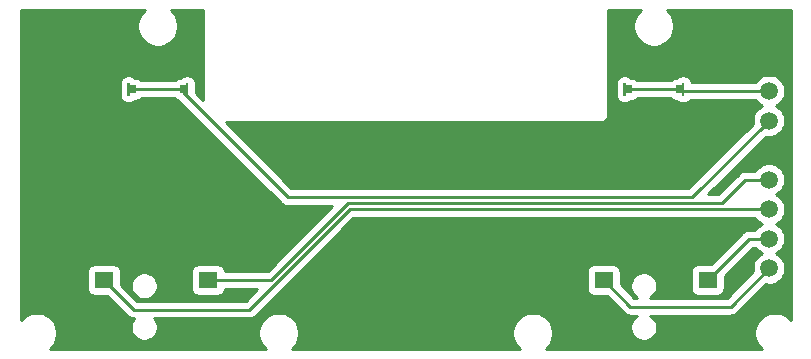
<source format=gbr>
%TF.GenerationSoftware,KiCad,Pcbnew,(5.1.10)-1*%
%TF.CreationDate,2022-06-08T22:38:54-05:00*%
%TF.ProjectId,GBOYBackController,47424f59-4261-4636-9b43-6f6e74726f6c,rev?*%
%TF.SameCoordinates,Original*%
%TF.FileFunction,Copper,L2,Bot*%
%TF.FilePolarity,Positive*%
%FSLAX46Y46*%
G04 Gerber Fmt 4.6, Leading zero omitted, Abs format (unit mm)*
G04 Created by KiCad (PCBNEW (5.1.10)-1) date 2022-06-08 22:38:54*
%MOMM*%
%LPD*%
G01*
G04 APERTURE LIST*
%TA.AperFunction,SMDPad,CuDef*%
%ADD10R,1.600000X1.400000*%
%TD*%
%TA.AperFunction,SMDPad,CuDef*%
%ADD11C,0.100000*%
%TD*%
%TA.AperFunction,ComponentPad*%
%ADD12C,1.500000*%
%TD*%
%TA.AperFunction,Conductor*%
%ADD13C,0.250000*%
%TD*%
%TA.AperFunction,Conductor*%
%ADD14C,0.254000*%
%TD*%
%TA.AperFunction,Conductor*%
%ADD15C,0.100000*%
%TD*%
G04 APERTURE END LIST*
D10*
%TO.P,SW4,2*%
%TO.N,Net-(SW4-Pad2)*%
X166000000Y-97500000D03*
%TO.P,SW4,1*%
%TO.N,Net-(SW4-Pad1)*%
X174800000Y-97500000D03*
%TO.P,SW4,C*%
%TO.N,GND*%
X166000000Y-102000000D03*
%TO.P,SW4,D*%
X174800000Y-102000000D03*
%TD*%
%TO.P,SW2,2*%
%TO.N,Net-(SW2-Pad2)*%
X123700000Y-97500000D03*
%TO.P,SW2,1*%
%TO.N,Net-(SW2-Pad1)*%
X132500000Y-97500000D03*
%TO.P,SW2,C*%
%TO.N,GND*%
X123700000Y-102000000D03*
%TO.P,SW2,D*%
X132500000Y-102000000D03*
%TD*%
%TA.AperFunction,SMDPad,CuDef*%
D11*
%TO.P,U1,4*%
%TO.N,Net-(TP5-Pad1)*%
G36*
X130624902Y-81900490D02*
G01*
X130624809Y-81900462D01*
X130624722Y-81900416D01*
X130624646Y-81900354D01*
X130624584Y-81900278D01*
X130624538Y-81900191D01*
X130624510Y-81900098D01*
X130624500Y-81900000D01*
X130624500Y-81700000D01*
X130125000Y-81700000D01*
X130125000Y-81000000D01*
X130624500Y-81000000D01*
X130624500Y-80800000D01*
X130624510Y-80799902D01*
X130624538Y-80799809D01*
X130624584Y-80799722D01*
X130624646Y-80799646D01*
X130624722Y-80799584D01*
X130624809Y-80799538D01*
X130624902Y-80799510D01*
X130625000Y-80799500D01*
X130825000Y-80799500D01*
X130825098Y-80799510D01*
X130825191Y-80799538D01*
X130825278Y-80799584D01*
X130825354Y-80799646D01*
X130825416Y-80799722D01*
X130825462Y-80799809D01*
X130825490Y-80799902D01*
X130825500Y-80800000D01*
X130825500Y-81900000D01*
X130825490Y-81900098D01*
X130825462Y-81900191D01*
X130825416Y-81900278D01*
X130825354Y-81900354D01*
X130825278Y-81900416D01*
X130825191Y-81900462D01*
X130825098Y-81900490D01*
X130825000Y-81900500D01*
X130625000Y-81900500D01*
X130624902Y-81900490D01*
G37*
%TD.AperFunction*%
%TA.AperFunction,SMDPad,CuDef*%
%TO.P,U1,2*%
%TO.N,GND*%
G36*
X130624902Y-85400490D02*
G01*
X130624809Y-85400462D01*
X130624722Y-85400416D01*
X130624646Y-85400354D01*
X130624584Y-85400278D01*
X130624538Y-85400191D01*
X130624510Y-85400098D01*
X130624500Y-85400000D01*
X130624500Y-85200000D01*
X130125000Y-85200000D01*
X130125000Y-84500000D01*
X130624500Y-84500000D01*
X130624500Y-84300000D01*
X130624510Y-84299902D01*
X130624538Y-84299809D01*
X130624584Y-84299722D01*
X130624646Y-84299646D01*
X130624722Y-84299584D01*
X130624809Y-84299538D01*
X130624902Y-84299510D01*
X130625000Y-84299500D01*
X130825000Y-84299500D01*
X130825098Y-84299510D01*
X130825191Y-84299538D01*
X130825278Y-84299584D01*
X130825354Y-84299646D01*
X130825416Y-84299722D01*
X130825462Y-84299809D01*
X130825490Y-84299902D01*
X130825500Y-84300000D01*
X130825500Y-85400000D01*
X130825490Y-85400098D01*
X130825462Y-85400191D01*
X130825416Y-85400278D01*
X130825354Y-85400354D01*
X130825278Y-85400416D01*
X130825191Y-85400462D01*
X130825098Y-85400490D01*
X130825000Y-85400500D01*
X130625000Y-85400500D01*
X130624902Y-85400490D01*
G37*
%TD.AperFunction*%
%TA.AperFunction,SMDPad,CuDef*%
%TO.P,U1,1*%
G36*
X125875098Y-84299510D02*
G01*
X125875191Y-84299538D01*
X125875278Y-84299584D01*
X125875354Y-84299646D01*
X125875416Y-84299722D01*
X125875462Y-84299809D01*
X125875490Y-84299902D01*
X125875500Y-84300000D01*
X125875500Y-84500000D01*
X126375000Y-84500000D01*
X126375000Y-85200000D01*
X125875500Y-85200000D01*
X125875500Y-85400000D01*
X125875490Y-85400098D01*
X125875462Y-85400191D01*
X125875416Y-85400278D01*
X125875354Y-85400354D01*
X125875278Y-85400416D01*
X125875191Y-85400462D01*
X125875098Y-85400490D01*
X125875000Y-85400500D01*
X125675000Y-85400500D01*
X125674902Y-85400490D01*
X125674809Y-85400462D01*
X125674722Y-85400416D01*
X125674646Y-85400354D01*
X125674584Y-85400278D01*
X125674538Y-85400191D01*
X125674510Y-85400098D01*
X125674500Y-85400000D01*
X125674500Y-84300000D01*
X125674510Y-84299902D01*
X125674538Y-84299809D01*
X125674584Y-84299722D01*
X125674646Y-84299646D01*
X125674722Y-84299584D01*
X125674809Y-84299538D01*
X125674902Y-84299510D01*
X125675000Y-84299500D01*
X125875000Y-84299500D01*
X125875098Y-84299510D01*
G37*
%TD.AperFunction*%
%TA.AperFunction,SMDPad,CuDef*%
%TO.P,U1,3*%
%TO.N,Net-(TP5-Pad1)*%
G36*
X125875098Y-80799510D02*
G01*
X125875191Y-80799538D01*
X125875278Y-80799584D01*
X125875354Y-80799646D01*
X125875416Y-80799722D01*
X125875462Y-80799809D01*
X125875490Y-80799902D01*
X125875500Y-80800000D01*
X125875500Y-81000000D01*
X126375000Y-81000000D01*
X126375000Y-81700000D01*
X125875500Y-81700000D01*
X125875500Y-81900000D01*
X125875490Y-81900098D01*
X125875462Y-81900191D01*
X125875416Y-81900278D01*
X125875354Y-81900354D01*
X125875278Y-81900416D01*
X125875191Y-81900462D01*
X125875098Y-81900490D01*
X125875000Y-81900500D01*
X125675000Y-81900500D01*
X125674902Y-81900490D01*
X125674809Y-81900462D01*
X125674722Y-81900416D01*
X125674646Y-81900354D01*
X125674584Y-81900278D01*
X125674538Y-81900191D01*
X125674510Y-81900098D01*
X125674500Y-81900000D01*
X125674500Y-80800000D01*
X125674510Y-80799902D01*
X125674538Y-80799809D01*
X125674584Y-80799722D01*
X125674646Y-80799646D01*
X125674722Y-80799584D01*
X125674809Y-80799538D01*
X125674902Y-80799510D01*
X125675000Y-80799500D01*
X125875000Y-80799500D01*
X125875098Y-80799510D01*
G37*
%TD.AperFunction*%
%TD*%
D12*
%TO.P,TP7,1*%
%TO.N,GND*%
X180000000Y-86500000D03*
%TD*%
%TO.P,TP6,1*%
%TO.N,Net-(TP6-Pad1)*%
X180000000Y-81500000D03*
%TD*%
%TO.P,TP5,1*%
%TO.N,Net-(TP5-Pad1)*%
X180000000Y-84000000D03*
%TD*%
%TO.P,TP4,1*%
%TO.N,Net-(SW2-Pad1)*%
X180000000Y-89000000D03*
%TD*%
%TO.P,TP3,1*%
%TO.N,Net-(SW2-Pad2)*%
X180000000Y-91500000D03*
%TD*%
%TO.P,TP2,1*%
%TO.N,Net-(SW4-Pad1)*%
X180000000Y-94000000D03*
%TD*%
%TO.P,TP1,1*%
%TO.N,Net-(SW4-Pad2)*%
X180000000Y-96500000D03*
%TD*%
%TA.AperFunction,SMDPad,CuDef*%
D11*
%TO.P,U2,4*%
%TO.N,Net-(TP6-Pad1)*%
G36*
X172624902Y-81900490D02*
G01*
X172624809Y-81900462D01*
X172624722Y-81900416D01*
X172624646Y-81900354D01*
X172624584Y-81900278D01*
X172624538Y-81900191D01*
X172624510Y-81900098D01*
X172624500Y-81900000D01*
X172624500Y-81700000D01*
X172125000Y-81700000D01*
X172125000Y-81000000D01*
X172624500Y-81000000D01*
X172624500Y-80800000D01*
X172624510Y-80799902D01*
X172624538Y-80799809D01*
X172624584Y-80799722D01*
X172624646Y-80799646D01*
X172624722Y-80799584D01*
X172624809Y-80799538D01*
X172624902Y-80799510D01*
X172625000Y-80799500D01*
X172825000Y-80799500D01*
X172825098Y-80799510D01*
X172825191Y-80799538D01*
X172825278Y-80799584D01*
X172825354Y-80799646D01*
X172825416Y-80799722D01*
X172825462Y-80799809D01*
X172825490Y-80799902D01*
X172825500Y-80800000D01*
X172825500Y-81900000D01*
X172825490Y-81900098D01*
X172825462Y-81900191D01*
X172825416Y-81900278D01*
X172825354Y-81900354D01*
X172825278Y-81900416D01*
X172825191Y-81900462D01*
X172825098Y-81900490D01*
X172825000Y-81900500D01*
X172625000Y-81900500D01*
X172624902Y-81900490D01*
G37*
%TD.AperFunction*%
%TA.AperFunction,SMDPad,CuDef*%
%TO.P,U2,2*%
%TO.N,GND*%
G36*
X172624902Y-85400490D02*
G01*
X172624809Y-85400462D01*
X172624722Y-85400416D01*
X172624646Y-85400354D01*
X172624584Y-85400278D01*
X172624538Y-85400191D01*
X172624510Y-85400098D01*
X172624500Y-85400000D01*
X172624500Y-85200000D01*
X172125000Y-85200000D01*
X172125000Y-84500000D01*
X172624500Y-84500000D01*
X172624500Y-84300000D01*
X172624510Y-84299902D01*
X172624538Y-84299809D01*
X172624584Y-84299722D01*
X172624646Y-84299646D01*
X172624722Y-84299584D01*
X172624809Y-84299538D01*
X172624902Y-84299510D01*
X172625000Y-84299500D01*
X172825000Y-84299500D01*
X172825098Y-84299510D01*
X172825191Y-84299538D01*
X172825278Y-84299584D01*
X172825354Y-84299646D01*
X172825416Y-84299722D01*
X172825462Y-84299809D01*
X172825490Y-84299902D01*
X172825500Y-84300000D01*
X172825500Y-85400000D01*
X172825490Y-85400098D01*
X172825462Y-85400191D01*
X172825416Y-85400278D01*
X172825354Y-85400354D01*
X172825278Y-85400416D01*
X172825191Y-85400462D01*
X172825098Y-85400490D01*
X172825000Y-85400500D01*
X172625000Y-85400500D01*
X172624902Y-85400490D01*
G37*
%TD.AperFunction*%
%TA.AperFunction,SMDPad,CuDef*%
%TO.P,U2,1*%
G36*
X167875098Y-84299510D02*
G01*
X167875191Y-84299538D01*
X167875278Y-84299584D01*
X167875354Y-84299646D01*
X167875416Y-84299722D01*
X167875462Y-84299809D01*
X167875490Y-84299902D01*
X167875500Y-84300000D01*
X167875500Y-84500000D01*
X168375000Y-84500000D01*
X168375000Y-85200000D01*
X167875500Y-85200000D01*
X167875500Y-85400000D01*
X167875490Y-85400098D01*
X167875462Y-85400191D01*
X167875416Y-85400278D01*
X167875354Y-85400354D01*
X167875278Y-85400416D01*
X167875191Y-85400462D01*
X167875098Y-85400490D01*
X167875000Y-85400500D01*
X167675000Y-85400500D01*
X167674902Y-85400490D01*
X167674809Y-85400462D01*
X167674722Y-85400416D01*
X167674646Y-85400354D01*
X167674584Y-85400278D01*
X167674538Y-85400191D01*
X167674510Y-85400098D01*
X167674500Y-85400000D01*
X167674500Y-84300000D01*
X167674510Y-84299902D01*
X167674538Y-84299809D01*
X167674584Y-84299722D01*
X167674646Y-84299646D01*
X167674722Y-84299584D01*
X167674809Y-84299538D01*
X167674902Y-84299510D01*
X167675000Y-84299500D01*
X167875000Y-84299500D01*
X167875098Y-84299510D01*
G37*
%TD.AperFunction*%
%TA.AperFunction,SMDPad,CuDef*%
%TO.P,U2,3*%
%TO.N,Net-(TP6-Pad1)*%
G36*
X167875098Y-80799510D02*
G01*
X167875191Y-80799538D01*
X167875278Y-80799584D01*
X167875354Y-80799646D01*
X167875416Y-80799722D01*
X167875462Y-80799809D01*
X167875490Y-80799902D01*
X167875500Y-80800000D01*
X167875500Y-81000000D01*
X168375000Y-81000000D01*
X168375000Y-81700000D01*
X167875500Y-81700000D01*
X167875500Y-81900000D01*
X167875490Y-81900098D01*
X167875462Y-81900191D01*
X167875416Y-81900278D01*
X167875354Y-81900354D01*
X167875278Y-81900416D01*
X167875191Y-81900462D01*
X167875098Y-81900490D01*
X167875000Y-81900500D01*
X167675000Y-81900500D01*
X167674902Y-81900490D01*
X167674809Y-81900462D01*
X167674722Y-81900416D01*
X167674646Y-81900354D01*
X167674584Y-81900278D01*
X167674538Y-81900191D01*
X167674510Y-81900098D01*
X167674500Y-81900000D01*
X167674500Y-80800000D01*
X167674510Y-80799902D01*
X167674538Y-80799809D01*
X167674584Y-80799722D01*
X167674646Y-80799646D01*
X167674722Y-80799584D01*
X167674809Y-80799538D01*
X167674902Y-80799510D01*
X167675000Y-80799500D01*
X167875000Y-80799500D01*
X167875098Y-80799510D01*
G37*
%TD.AperFunction*%
%TD*%
D13*
%TO.N,Net-(SW2-Pad2)*%
X126200000Y-100000000D02*
X123700000Y-97500000D01*
X136000000Y-100000000D02*
X126200000Y-100000000D01*
X144500000Y-91500000D02*
X136000000Y-100000000D01*
X180000000Y-91500000D02*
X144500000Y-91500000D01*
%TO.N,Net-(SW2-Pad1)*%
X180000000Y-89000000D02*
X178000000Y-89000000D01*
X178000000Y-89000000D02*
X176000000Y-91000000D01*
X176000000Y-91000000D02*
X144363590Y-91000000D01*
X137863590Y-97500000D02*
X132500000Y-97500000D01*
X144363590Y-91000000D02*
X137863590Y-97500000D01*
%TO.N,Net-(SW4-Pad2)*%
X180000000Y-96500000D02*
X176750000Y-99750000D01*
X168250000Y-99750000D02*
X166000000Y-97500000D01*
X176750000Y-99750000D02*
X168250000Y-99750000D01*
%TO.N,Net-(SW4-Pad1)*%
X178300000Y-94000000D02*
X174800000Y-97500000D01*
X180000000Y-94000000D02*
X178300000Y-94000000D01*
%TO.N,Net-(TP5-Pad1)*%
X130375000Y-81619988D02*
X130375000Y-81350000D01*
X139255012Y-90500000D02*
X130375000Y-81619988D01*
X173500000Y-90500000D02*
X139255012Y-90500000D01*
X180000000Y-84000000D02*
X173500000Y-90500000D01*
X126125000Y-81350000D02*
X130375000Y-81350000D01*
%TO.N,Net-(TP6-Pad1)*%
X172525000Y-81500000D02*
X172375000Y-81350000D01*
X180000000Y-81500000D02*
X172525000Y-81500000D01*
X172375000Y-81350000D02*
X168125000Y-81350000D01*
%TD*%
D14*
%TO.N,GND*%
X126902337Y-74894002D02*
X126712463Y-75178169D01*
X126581675Y-75493919D01*
X126515000Y-75829117D01*
X126515000Y-76170883D01*
X126581675Y-76506081D01*
X126712463Y-76821831D01*
X126902337Y-77105998D01*
X127144002Y-77347663D01*
X127428169Y-77537537D01*
X127743919Y-77668325D01*
X128079117Y-77735000D01*
X128420883Y-77735000D01*
X128756081Y-77668325D01*
X129071831Y-77537537D01*
X129355998Y-77347663D01*
X129597663Y-77105998D01*
X129787537Y-76821831D01*
X129918325Y-76506081D01*
X129985000Y-76170883D01*
X129985000Y-75829117D01*
X129918325Y-75493919D01*
X129787537Y-75178169D01*
X129597663Y-74894002D01*
X129363661Y-74660000D01*
X132090000Y-74660000D01*
X132090001Y-82260188D01*
X131463572Y-81633759D01*
X131463572Y-80800000D01*
X131460276Y-80735227D01*
X131460266Y-80735129D01*
X131436471Y-80615951D01*
X131436443Y-80615858D01*
X131389540Y-80501561D01*
X131389494Y-80501474D01*
X131319836Y-80396380D01*
X131319774Y-80396304D01*
X131228696Y-80305226D01*
X131228620Y-80305164D01*
X131123526Y-80235506D01*
X131123439Y-80235460D01*
X131009142Y-80188557D01*
X131009049Y-80188529D01*
X130889871Y-80164734D01*
X130889773Y-80164724D01*
X130825000Y-80161428D01*
X130625000Y-80161428D01*
X130560227Y-80164724D01*
X130560129Y-80164734D01*
X130440951Y-80188529D01*
X130440858Y-80188557D01*
X130326561Y-80235460D01*
X130326474Y-80235506D01*
X130221380Y-80305164D01*
X130221304Y-80305226D01*
X130164602Y-80361928D01*
X130125000Y-80361928D01*
X130000518Y-80374188D01*
X129880820Y-80410498D01*
X129770506Y-80469463D01*
X129673815Y-80548815D01*
X129640015Y-80590000D01*
X126859985Y-80590000D01*
X126826185Y-80548815D01*
X126729494Y-80469463D01*
X126619180Y-80410498D01*
X126499482Y-80374188D01*
X126375000Y-80361928D01*
X126335398Y-80361928D01*
X126278696Y-80305226D01*
X126278620Y-80305164D01*
X126173526Y-80235506D01*
X126173439Y-80235460D01*
X126059142Y-80188557D01*
X126059049Y-80188529D01*
X125939871Y-80164734D01*
X125939773Y-80164724D01*
X125875000Y-80161428D01*
X125675000Y-80161428D01*
X125610227Y-80164724D01*
X125610129Y-80164734D01*
X125490951Y-80188529D01*
X125490858Y-80188557D01*
X125376561Y-80235460D01*
X125376474Y-80235506D01*
X125271380Y-80305164D01*
X125271304Y-80305226D01*
X125180226Y-80396304D01*
X125180164Y-80396380D01*
X125110506Y-80501474D01*
X125110460Y-80501561D01*
X125063557Y-80615858D01*
X125063529Y-80615951D01*
X125039734Y-80735129D01*
X125039724Y-80735227D01*
X125036428Y-80800000D01*
X125036428Y-81900000D01*
X125039724Y-81964773D01*
X125039734Y-81964871D01*
X125063529Y-82084049D01*
X125063557Y-82084142D01*
X125110460Y-82198439D01*
X125110506Y-82198526D01*
X125180164Y-82303620D01*
X125180226Y-82303696D01*
X125271304Y-82394774D01*
X125271380Y-82394836D01*
X125376474Y-82464494D01*
X125376561Y-82464540D01*
X125490858Y-82511443D01*
X125490951Y-82511471D01*
X125610129Y-82535266D01*
X125610227Y-82535276D01*
X125675000Y-82538572D01*
X125875000Y-82538572D01*
X125939773Y-82535276D01*
X125939871Y-82535266D01*
X126059049Y-82511471D01*
X126059142Y-82511443D01*
X126173439Y-82464540D01*
X126173526Y-82464494D01*
X126278620Y-82394836D01*
X126278696Y-82394774D01*
X126335398Y-82338072D01*
X126375000Y-82338072D01*
X126499482Y-82325812D01*
X126619180Y-82289502D01*
X126729494Y-82230537D01*
X126826185Y-82151185D01*
X126859985Y-82110000D01*
X129640015Y-82110000D01*
X129673815Y-82151185D01*
X129770506Y-82230537D01*
X129880820Y-82289502D01*
X130000518Y-82325812D01*
X130006624Y-82326413D01*
X138691217Y-91011008D01*
X138715011Y-91040001D01*
X138744004Y-91063795D01*
X138744008Y-91063799D01*
X138783259Y-91096011D01*
X138830736Y-91134974D01*
X138962765Y-91205546D01*
X139106026Y-91249003D01*
X139217679Y-91260000D01*
X139217688Y-91260000D01*
X139255011Y-91263676D01*
X139292334Y-91260000D01*
X143028788Y-91260000D01*
X137548789Y-96740000D01*
X133932163Y-96740000D01*
X133925812Y-96675518D01*
X133889502Y-96555820D01*
X133830537Y-96445506D01*
X133751185Y-96348815D01*
X133654494Y-96269463D01*
X133544180Y-96210498D01*
X133424482Y-96174188D01*
X133300000Y-96161928D01*
X131700000Y-96161928D01*
X131575518Y-96174188D01*
X131455820Y-96210498D01*
X131345506Y-96269463D01*
X131248815Y-96348815D01*
X131169463Y-96445506D01*
X131110498Y-96555820D01*
X131074188Y-96675518D01*
X131061928Y-96800000D01*
X131061928Y-98200000D01*
X131074188Y-98324482D01*
X131110498Y-98444180D01*
X131169463Y-98554494D01*
X131248815Y-98651185D01*
X131345506Y-98730537D01*
X131455820Y-98789502D01*
X131575518Y-98825812D01*
X131700000Y-98838072D01*
X133300000Y-98838072D01*
X133424482Y-98825812D01*
X133544180Y-98789502D01*
X133654494Y-98730537D01*
X133751185Y-98651185D01*
X133830537Y-98554494D01*
X133889502Y-98444180D01*
X133925812Y-98324482D01*
X133932163Y-98260000D01*
X136665199Y-98260000D01*
X135685199Y-99240000D01*
X126514802Y-99240000D01*
X125163014Y-97888212D01*
X125965000Y-97888212D01*
X125965000Y-98111788D01*
X126008617Y-98331067D01*
X126094176Y-98537624D01*
X126218388Y-98723520D01*
X126376480Y-98881612D01*
X126562376Y-99005824D01*
X126768933Y-99091383D01*
X126988212Y-99135000D01*
X127211788Y-99135000D01*
X127431067Y-99091383D01*
X127637624Y-99005824D01*
X127823520Y-98881612D01*
X127981612Y-98723520D01*
X128105824Y-98537624D01*
X128191383Y-98331067D01*
X128235000Y-98111788D01*
X128235000Y-97888212D01*
X128191383Y-97668933D01*
X128105824Y-97462376D01*
X127981612Y-97276480D01*
X127823520Y-97118388D01*
X127637624Y-96994176D01*
X127431067Y-96908617D01*
X127211788Y-96865000D01*
X126988212Y-96865000D01*
X126768933Y-96908617D01*
X126562376Y-96994176D01*
X126376480Y-97118388D01*
X126218388Y-97276480D01*
X126094176Y-97462376D01*
X126008617Y-97668933D01*
X125965000Y-97888212D01*
X125163014Y-97888212D01*
X125138072Y-97863271D01*
X125138072Y-96800000D01*
X125125812Y-96675518D01*
X125089502Y-96555820D01*
X125030537Y-96445506D01*
X124951185Y-96348815D01*
X124854494Y-96269463D01*
X124744180Y-96210498D01*
X124624482Y-96174188D01*
X124500000Y-96161928D01*
X122900000Y-96161928D01*
X122775518Y-96174188D01*
X122655820Y-96210498D01*
X122545506Y-96269463D01*
X122448815Y-96348815D01*
X122369463Y-96445506D01*
X122310498Y-96555820D01*
X122274188Y-96675518D01*
X122261928Y-96800000D01*
X122261928Y-98200000D01*
X122274188Y-98324482D01*
X122310498Y-98444180D01*
X122369463Y-98554494D01*
X122448815Y-98651185D01*
X122545506Y-98730537D01*
X122655820Y-98789502D01*
X122775518Y-98825812D01*
X122900000Y-98838072D01*
X123963271Y-98838072D01*
X125636201Y-100511003D01*
X125659999Y-100540001D01*
X125688997Y-100563799D01*
X125775723Y-100634974D01*
X125808207Y-100652337D01*
X125907753Y-100705546D01*
X126051014Y-100749003D01*
X126162667Y-100760000D01*
X126162677Y-100760000D01*
X126200000Y-100763676D01*
X126234600Y-100760268D01*
X126218388Y-100776480D01*
X126094176Y-100962376D01*
X126008617Y-101168933D01*
X125965000Y-101388212D01*
X125965000Y-101611788D01*
X126008617Y-101831067D01*
X126094176Y-102037624D01*
X126218388Y-102223520D01*
X126376480Y-102381612D01*
X126562376Y-102505824D01*
X126768933Y-102591383D01*
X126988212Y-102635000D01*
X127211788Y-102635000D01*
X127431067Y-102591383D01*
X127637624Y-102505824D01*
X127823520Y-102381612D01*
X127981612Y-102223520D01*
X128105824Y-102037624D01*
X128191383Y-101831067D01*
X128235000Y-101611788D01*
X128235000Y-101388212D01*
X128191383Y-101168933D01*
X128105824Y-100962376D01*
X127981612Y-100776480D01*
X127965132Y-100760000D01*
X135962678Y-100760000D01*
X136000000Y-100763676D01*
X136037322Y-100760000D01*
X136037333Y-100760000D01*
X136148986Y-100749003D01*
X136292247Y-100705546D01*
X136424276Y-100634974D01*
X136540001Y-100540001D01*
X136563804Y-100510997D01*
X144814802Y-92260000D01*
X178842091Y-92260000D01*
X178924201Y-92382886D01*
X179117114Y-92575799D01*
X179343957Y-92727371D01*
X179398588Y-92750000D01*
X179343957Y-92772629D01*
X179117114Y-92924201D01*
X178924201Y-93117114D01*
X178842091Y-93240000D01*
X178337322Y-93240000D01*
X178299999Y-93236324D01*
X178262676Y-93240000D01*
X178262667Y-93240000D01*
X178151014Y-93250997D01*
X178007753Y-93294454D01*
X177875724Y-93365026D01*
X177875722Y-93365027D01*
X177875723Y-93365027D01*
X177788996Y-93436201D01*
X177788992Y-93436205D01*
X177759999Y-93459999D01*
X177736205Y-93488992D01*
X175063271Y-96161928D01*
X174000000Y-96161928D01*
X173875518Y-96174188D01*
X173755820Y-96210498D01*
X173645506Y-96269463D01*
X173548815Y-96348815D01*
X173469463Y-96445506D01*
X173410498Y-96555820D01*
X173374188Y-96675518D01*
X173361928Y-96800000D01*
X173361928Y-98200000D01*
X173374188Y-98324482D01*
X173410498Y-98444180D01*
X173469463Y-98554494D01*
X173548815Y-98651185D01*
X173645506Y-98730537D01*
X173755820Y-98789502D01*
X173875518Y-98825812D01*
X174000000Y-98838072D01*
X175600000Y-98838072D01*
X175724482Y-98825812D01*
X175844180Y-98789502D01*
X175954494Y-98730537D01*
X176051185Y-98651185D01*
X176130537Y-98554494D01*
X176189502Y-98444180D01*
X176225812Y-98324482D01*
X176238072Y-98200000D01*
X176238072Y-97136730D01*
X178614803Y-94760000D01*
X178842091Y-94760000D01*
X178924201Y-94882886D01*
X179117114Y-95075799D01*
X179343957Y-95227371D01*
X179398588Y-95250000D01*
X179343957Y-95272629D01*
X179117114Y-95424201D01*
X178924201Y-95617114D01*
X178772629Y-95843957D01*
X178668225Y-96096011D01*
X178615000Y-96363589D01*
X178615000Y-96636411D01*
X178643833Y-96781365D01*
X176435199Y-98990000D01*
X169961306Y-98990000D01*
X170123520Y-98881612D01*
X170281612Y-98723520D01*
X170405824Y-98537624D01*
X170491383Y-98331067D01*
X170535000Y-98111788D01*
X170535000Y-97888212D01*
X170491383Y-97668933D01*
X170405824Y-97462376D01*
X170281612Y-97276480D01*
X170123520Y-97118388D01*
X169937624Y-96994176D01*
X169731067Y-96908617D01*
X169511788Y-96865000D01*
X169288212Y-96865000D01*
X169068933Y-96908617D01*
X168862376Y-96994176D01*
X168676480Y-97118388D01*
X168518388Y-97276480D01*
X168394176Y-97462376D01*
X168308617Y-97668933D01*
X168265000Y-97888212D01*
X168265000Y-98111788D01*
X168308617Y-98331067D01*
X168394176Y-98537624D01*
X168518388Y-98723520D01*
X168676480Y-98881612D01*
X168838694Y-98990000D01*
X168564802Y-98990000D01*
X167438072Y-97863271D01*
X167438072Y-96800000D01*
X167425812Y-96675518D01*
X167389502Y-96555820D01*
X167330537Y-96445506D01*
X167251185Y-96348815D01*
X167154494Y-96269463D01*
X167044180Y-96210498D01*
X166924482Y-96174188D01*
X166800000Y-96161928D01*
X165200000Y-96161928D01*
X165075518Y-96174188D01*
X164955820Y-96210498D01*
X164845506Y-96269463D01*
X164748815Y-96348815D01*
X164669463Y-96445506D01*
X164610498Y-96555820D01*
X164574188Y-96675518D01*
X164561928Y-96800000D01*
X164561928Y-98200000D01*
X164574188Y-98324482D01*
X164610498Y-98444180D01*
X164669463Y-98554494D01*
X164748815Y-98651185D01*
X164845506Y-98730537D01*
X164955820Y-98789502D01*
X165075518Y-98825812D01*
X165200000Y-98838072D01*
X166263271Y-98838072D01*
X167686201Y-100261003D01*
X167709999Y-100290001D01*
X167738997Y-100313799D01*
X167825724Y-100384974D01*
X167957753Y-100455546D01*
X168101014Y-100499003D01*
X168250000Y-100513677D01*
X168287333Y-100510000D01*
X168838694Y-100510000D01*
X168676480Y-100618388D01*
X168518388Y-100776480D01*
X168394176Y-100962376D01*
X168308617Y-101168933D01*
X168265000Y-101388212D01*
X168265000Y-101611788D01*
X168308617Y-101831067D01*
X168394176Y-102037624D01*
X168518388Y-102223520D01*
X168676480Y-102381612D01*
X168862376Y-102505824D01*
X169068933Y-102591383D01*
X169288212Y-102635000D01*
X169511788Y-102635000D01*
X169731067Y-102591383D01*
X169937624Y-102505824D01*
X170123520Y-102381612D01*
X170281612Y-102223520D01*
X170405824Y-102037624D01*
X170491383Y-101831067D01*
X170535000Y-101611788D01*
X170535000Y-101388212D01*
X170491383Y-101168933D01*
X170405824Y-100962376D01*
X170281612Y-100776480D01*
X170123520Y-100618388D01*
X169961306Y-100510000D01*
X176712678Y-100510000D01*
X176750000Y-100513676D01*
X176787322Y-100510000D01*
X176787333Y-100510000D01*
X176898986Y-100499003D01*
X177042247Y-100455546D01*
X177174276Y-100384974D01*
X177290001Y-100290001D01*
X177313804Y-100260997D01*
X179718635Y-97856167D01*
X179863589Y-97885000D01*
X180136411Y-97885000D01*
X180403989Y-97831775D01*
X180656043Y-97727371D01*
X180882886Y-97575799D01*
X181075799Y-97382886D01*
X181227371Y-97156043D01*
X181331775Y-96903989D01*
X181385000Y-96636411D01*
X181385000Y-96363589D01*
X181331775Y-96096011D01*
X181227371Y-95843957D01*
X181075799Y-95617114D01*
X180882886Y-95424201D01*
X180656043Y-95272629D01*
X180601412Y-95250000D01*
X180656043Y-95227371D01*
X180882886Y-95075799D01*
X181075799Y-94882886D01*
X181227371Y-94656043D01*
X181331775Y-94403989D01*
X181385000Y-94136411D01*
X181385000Y-93863589D01*
X181331775Y-93596011D01*
X181227371Y-93343957D01*
X181075799Y-93117114D01*
X180882886Y-92924201D01*
X180656043Y-92772629D01*
X180601412Y-92750000D01*
X180656043Y-92727371D01*
X180882886Y-92575799D01*
X181075799Y-92382886D01*
X181227371Y-92156043D01*
X181331775Y-91903989D01*
X181385000Y-91636411D01*
X181385000Y-91363589D01*
X181331775Y-91096011D01*
X181227371Y-90843957D01*
X181075799Y-90617114D01*
X180882886Y-90424201D01*
X180656043Y-90272629D01*
X180601412Y-90250000D01*
X180656043Y-90227371D01*
X180882886Y-90075799D01*
X181075799Y-89882886D01*
X181227371Y-89656043D01*
X181331775Y-89403989D01*
X181385000Y-89136411D01*
X181385000Y-88863589D01*
X181331775Y-88596011D01*
X181227371Y-88343957D01*
X181075799Y-88117114D01*
X180882886Y-87924201D01*
X180656043Y-87772629D01*
X180403989Y-87668225D01*
X180136411Y-87615000D01*
X179863589Y-87615000D01*
X179596011Y-87668225D01*
X179343957Y-87772629D01*
X179117114Y-87924201D01*
X178924201Y-88117114D01*
X178842091Y-88240000D01*
X178037322Y-88240000D01*
X177999999Y-88236324D01*
X177962676Y-88240000D01*
X177962667Y-88240000D01*
X177851014Y-88250997D01*
X177707753Y-88294454D01*
X177575723Y-88365026D01*
X177492083Y-88433668D01*
X177459999Y-88459999D01*
X177436201Y-88488997D01*
X175685199Y-90240000D01*
X174834801Y-90240000D01*
X179718635Y-85356167D01*
X179863589Y-85385000D01*
X180136411Y-85385000D01*
X180403989Y-85331775D01*
X180656043Y-85227371D01*
X180882886Y-85075799D01*
X181075799Y-84882886D01*
X181227371Y-84656043D01*
X181331775Y-84403989D01*
X181385000Y-84136411D01*
X181385000Y-83863589D01*
X181331775Y-83596011D01*
X181227371Y-83343957D01*
X181075799Y-83117114D01*
X180882886Y-82924201D01*
X180656043Y-82772629D01*
X180601412Y-82750000D01*
X180656043Y-82727371D01*
X180882886Y-82575799D01*
X181075799Y-82382886D01*
X181227371Y-82156043D01*
X181331775Y-81903989D01*
X181385000Y-81636411D01*
X181385000Y-81363589D01*
X181331775Y-81096011D01*
X181227371Y-80843957D01*
X181075799Y-80617114D01*
X180882886Y-80424201D01*
X180656043Y-80272629D01*
X180403989Y-80168225D01*
X180136411Y-80115000D01*
X179863589Y-80115000D01*
X179596011Y-80168225D01*
X179343957Y-80272629D01*
X179117114Y-80424201D01*
X178924201Y-80617114D01*
X178842091Y-80740000D01*
X173460519Y-80740000D01*
X173460276Y-80735227D01*
X173460266Y-80735129D01*
X173436471Y-80615951D01*
X173436443Y-80615858D01*
X173389540Y-80501561D01*
X173389494Y-80501474D01*
X173319836Y-80396380D01*
X173319774Y-80396304D01*
X173228696Y-80305226D01*
X173228620Y-80305164D01*
X173123526Y-80235506D01*
X173123439Y-80235460D01*
X173009142Y-80188557D01*
X173009049Y-80188529D01*
X172889871Y-80164734D01*
X172889773Y-80164724D01*
X172825000Y-80161428D01*
X172625000Y-80161428D01*
X172560227Y-80164724D01*
X172560129Y-80164734D01*
X172440951Y-80188529D01*
X172440858Y-80188557D01*
X172326561Y-80235460D01*
X172326474Y-80235506D01*
X172221380Y-80305164D01*
X172221304Y-80305226D01*
X172164602Y-80361928D01*
X172125000Y-80361928D01*
X172000518Y-80374188D01*
X171880820Y-80410498D01*
X171770506Y-80469463D01*
X171673815Y-80548815D01*
X171640015Y-80590000D01*
X168859985Y-80590000D01*
X168826185Y-80548815D01*
X168729494Y-80469463D01*
X168619180Y-80410498D01*
X168499482Y-80374188D01*
X168375000Y-80361928D01*
X168335398Y-80361928D01*
X168278696Y-80305226D01*
X168278620Y-80305164D01*
X168173526Y-80235506D01*
X168173439Y-80235460D01*
X168059142Y-80188557D01*
X168059049Y-80188529D01*
X167939871Y-80164734D01*
X167939773Y-80164724D01*
X167875000Y-80161428D01*
X167675000Y-80161428D01*
X167610227Y-80164724D01*
X167610129Y-80164734D01*
X167490951Y-80188529D01*
X167490858Y-80188557D01*
X167376561Y-80235460D01*
X167376474Y-80235506D01*
X167271380Y-80305164D01*
X167271304Y-80305226D01*
X167180226Y-80396304D01*
X167180164Y-80396380D01*
X167110506Y-80501474D01*
X167110460Y-80501561D01*
X167063557Y-80615858D01*
X167063529Y-80615951D01*
X167039734Y-80735129D01*
X167039724Y-80735227D01*
X167036428Y-80800000D01*
X167036428Y-81900000D01*
X167039724Y-81964773D01*
X167039734Y-81964871D01*
X167063529Y-82084049D01*
X167063557Y-82084142D01*
X167110460Y-82198439D01*
X167110506Y-82198526D01*
X167180164Y-82303620D01*
X167180226Y-82303696D01*
X167271304Y-82394774D01*
X167271380Y-82394836D01*
X167376474Y-82464494D01*
X167376561Y-82464540D01*
X167490858Y-82511443D01*
X167490951Y-82511471D01*
X167610129Y-82535266D01*
X167610227Y-82535276D01*
X167675000Y-82538572D01*
X167875000Y-82538572D01*
X167939773Y-82535276D01*
X167939871Y-82535266D01*
X168059049Y-82511471D01*
X168059142Y-82511443D01*
X168173439Y-82464540D01*
X168173526Y-82464494D01*
X168278620Y-82394836D01*
X168278696Y-82394774D01*
X168335398Y-82338072D01*
X168375000Y-82338072D01*
X168499482Y-82325812D01*
X168619180Y-82289502D01*
X168729494Y-82230537D01*
X168826185Y-82151185D01*
X168859985Y-82110000D01*
X171640015Y-82110000D01*
X171673815Y-82151185D01*
X171770506Y-82230537D01*
X171880820Y-82289502D01*
X172000518Y-82325812D01*
X172125000Y-82338072D01*
X172164602Y-82338072D01*
X172221304Y-82394774D01*
X172221380Y-82394836D01*
X172326474Y-82464494D01*
X172326561Y-82464540D01*
X172440858Y-82511443D01*
X172440951Y-82511471D01*
X172560129Y-82535266D01*
X172560227Y-82535276D01*
X172625000Y-82538572D01*
X172825000Y-82538572D01*
X172889773Y-82535276D01*
X172889871Y-82535266D01*
X173009049Y-82511471D01*
X173009142Y-82511443D01*
X173123439Y-82464540D01*
X173123526Y-82464494D01*
X173228620Y-82394836D01*
X173228696Y-82394774D01*
X173319774Y-82303696D01*
X173319836Y-82303620D01*
X173348748Y-82260000D01*
X178842091Y-82260000D01*
X178924201Y-82382886D01*
X179117114Y-82575799D01*
X179343957Y-82727371D01*
X179398588Y-82750000D01*
X179343957Y-82772629D01*
X179117114Y-82924201D01*
X178924201Y-83117114D01*
X178772629Y-83343957D01*
X178668225Y-83596011D01*
X178615000Y-83863589D01*
X178615000Y-84136411D01*
X178643833Y-84281365D01*
X173185199Y-89740000D01*
X139569815Y-89740000D01*
X133989814Y-84160000D01*
X165717581Y-84160000D01*
X165750000Y-84163193D01*
X165782419Y-84160000D01*
X165879383Y-84150450D01*
X166003793Y-84112710D01*
X166118450Y-84051425D01*
X166218948Y-83968948D01*
X166301425Y-83868450D01*
X166362710Y-83753793D01*
X166400450Y-83629383D01*
X166413193Y-83500000D01*
X166410000Y-83467581D01*
X166410000Y-74660000D01*
X169136339Y-74660000D01*
X168902337Y-74894002D01*
X168712463Y-75178169D01*
X168581675Y-75493919D01*
X168515000Y-75829117D01*
X168515000Y-76170883D01*
X168581675Y-76506081D01*
X168712463Y-76821831D01*
X168902337Y-77105998D01*
X169144002Y-77347663D01*
X169428169Y-77537537D01*
X169743919Y-77668325D01*
X170079117Y-77735000D01*
X170420883Y-77735000D01*
X170756081Y-77668325D01*
X171071831Y-77537537D01*
X171355998Y-77347663D01*
X171597663Y-77105998D01*
X171787537Y-76821831D01*
X171918325Y-76506081D01*
X171985000Y-76170883D01*
X171985000Y-75829117D01*
X171918325Y-75493919D01*
X171787537Y-75178169D01*
X171597663Y-74894002D01*
X171363661Y-74660000D01*
X181840001Y-74660000D01*
X181840000Y-100886339D01*
X181605998Y-100652337D01*
X181321831Y-100462463D01*
X181006081Y-100331675D01*
X180670883Y-100265000D01*
X180329117Y-100265000D01*
X179993919Y-100331675D01*
X179678169Y-100462463D01*
X179394002Y-100652337D01*
X179152337Y-100894002D01*
X178962463Y-101178169D01*
X178831675Y-101493919D01*
X178765000Y-101829117D01*
X178765000Y-102170883D01*
X178831675Y-102506081D01*
X178962463Y-102821831D01*
X179152337Y-103105998D01*
X179386339Y-103340000D01*
X161113661Y-103340000D01*
X161347663Y-103105998D01*
X161537537Y-102821831D01*
X161668325Y-102506081D01*
X161735000Y-102170883D01*
X161735000Y-101829117D01*
X161668325Y-101493919D01*
X161537537Y-101178169D01*
X161347663Y-100894002D01*
X161105998Y-100652337D01*
X160821831Y-100462463D01*
X160506081Y-100331675D01*
X160170883Y-100265000D01*
X159829117Y-100265000D01*
X159493919Y-100331675D01*
X159178169Y-100462463D01*
X158894002Y-100652337D01*
X158652337Y-100894002D01*
X158462463Y-101178169D01*
X158331675Y-101493919D01*
X158265000Y-101829117D01*
X158265000Y-102170883D01*
X158331675Y-102506081D01*
X158462463Y-102821831D01*
X158652337Y-103105998D01*
X158886339Y-103340000D01*
X139613661Y-103340000D01*
X139847663Y-103105998D01*
X140037537Y-102821831D01*
X140168325Y-102506081D01*
X140235000Y-102170883D01*
X140235000Y-101829117D01*
X140168325Y-101493919D01*
X140037537Y-101178169D01*
X139847663Y-100894002D01*
X139605998Y-100652337D01*
X139321831Y-100462463D01*
X139006081Y-100331675D01*
X138670883Y-100265000D01*
X138329117Y-100265000D01*
X137993919Y-100331675D01*
X137678169Y-100462463D01*
X137394002Y-100652337D01*
X137152337Y-100894002D01*
X136962463Y-101178169D01*
X136831675Y-101493919D01*
X136765000Y-101829117D01*
X136765000Y-102170883D01*
X136831675Y-102506081D01*
X136962463Y-102821831D01*
X137152337Y-103105998D01*
X137386339Y-103340000D01*
X119113661Y-103340000D01*
X119347663Y-103105998D01*
X119537537Y-102821831D01*
X119668325Y-102506081D01*
X119735000Y-102170883D01*
X119735000Y-101829117D01*
X119668325Y-101493919D01*
X119537537Y-101178169D01*
X119347663Y-100894002D01*
X119105998Y-100652337D01*
X118821831Y-100462463D01*
X118506081Y-100331675D01*
X118170883Y-100265000D01*
X117829117Y-100265000D01*
X117493919Y-100331675D01*
X117178169Y-100462463D01*
X116894002Y-100652337D01*
X116660000Y-100886339D01*
X116660000Y-74660000D01*
X127136339Y-74660000D01*
X126902337Y-74894002D01*
%TA.AperFunction,Conductor*%
D15*
G36*
X126902337Y-74894002D02*
G01*
X126712463Y-75178169D01*
X126581675Y-75493919D01*
X126515000Y-75829117D01*
X126515000Y-76170883D01*
X126581675Y-76506081D01*
X126712463Y-76821831D01*
X126902337Y-77105998D01*
X127144002Y-77347663D01*
X127428169Y-77537537D01*
X127743919Y-77668325D01*
X128079117Y-77735000D01*
X128420883Y-77735000D01*
X128756081Y-77668325D01*
X129071831Y-77537537D01*
X129355998Y-77347663D01*
X129597663Y-77105998D01*
X129787537Y-76821831D01*
X129918325Y-76506081D01*
X129985000Y-76170883D01*
X129985000Y-75829117D01*
X129918325Y-75493919D01*
X129787537Y-75178169D01*
X129597663Y-74894002D01*
X129363661Y-74660000D01*
X132090000Y-74660000D01*
X132090001Y-82260188D01*
X131463572Y-81633759D01*
X131463572Y-80800000D01*
X131460276Y-80735227D01*
X131460266Y-80735129D01*
X131436471Y-80615951D01*
X131436443Y-80615858D01*
X131389540Y-80501561D01*
X131389494Y-80501474D01*
X131319836Y-80396380D01*
X131319774Y-80396304D01*
X131228696Y-80305226D01*
X131228620Y-80305164D01*
X131123526Y-80235506D01*
X131123439Y-80235460D01*
X131009142Y-80188557D01*
X131009049Y-80188529D01*
X130889871Y-80164734D01*
X130889773Y-80164724D01*
X130825000Y-80161428D01*
X130625000Y-80161428D01*
X130560227Y-80164724D01*
X130560129Y-80164734D01*
X130440951Y-80188529D01*
X130440858Y-80188557D01*
X130326561Y-80235460D01*
X130326474Y-80235506D01*
X130221380Y-80305164D01*
X130221304Y-80305226D01*
X130164602Y-80361928D01*
X130125000Y-80361928D01*
X130000518Y-80374188D01*
X129880820Y-80410498D01*
X129770506Y-80469463D01*
X129673815Y-80548815D01*
X129640015Y-80590000D01*
X126859985Y-80590000D01*
X126826185Y-80548815D01*
X126729494Y-80469463D01*
X126619180Y-80410498D01*
X126499482Y-80374188D01*
X126375000Y-80361928D01*
X126335398Y-80361928D01*
X126278696Y-80305226D01*
X126278620Y-80305164D01*
X126173526Y-80235506D01*
X126173439Y-80235460D01*
X126059142Y-80188557D01*
X126059049Y-80188529D01*
X125939871Y-80164734D01*
X125939773Y-80164724D01*
X125875000Y-80161428D01*
X125675000Y-80161428D01*
X125610227Y-80164724D01*
X125610129Y-80164734D01*
X125490951Y-80188529D01*
X125490858Y-80188557D01*
X125376561Y-80235460D01*
X125376474Y-80235506D01*
X125271380Y-80305164D01*
X125271304Y-80305226D01*
X125180226Y-80396304D01*
X125180164Y-80396380D01*
X125110506Y-80501474D01*
X125110460Y-80501561D01*
X125063557Y-80615858D01*
X125063529Y-80615951D01*
X125039734Y-80735129D01*
X125039724Y-80735227D01*
X125036428Y-80800000D01*
X125036428Y-81900000D01*
X125039724Y-81964773D01*
X125039734Y-81964871D01*
X125063529Y-82084049D01*
X125063557Y-82084142D01*
X125110460Y-82198439D01*
X125110506Y-82198526D01*
X125180164Y-82303620D01*
X125180226Y-82303696D01*
X125271304Y-82394774D01*
X125271380Y-82394836D01*
X125376474Y-82464494D01*
X125376561Y-82464540D01*
X125490858Y-82511443D01*
X125490951Y-82511471D01*
X125610129Y-82535266D01*
X125610227Y-82535276D01*
X125675000Y-82538572D01*
X125875000Y-82538572D01*
X125939773Y-82535276D01*
X125939871Y-82535266D01*
X126059049Y-82511471D01*
X126059142Y-82511443D01*
X126173439Y-82464540D01*
X126173526Y-82464494D01*
X126278620Y-82394836D01*
X126278696Y-82394774D01*
X126335398Y-82338072D01*
X126375000Y-82338072D01*
X126499482Y-82325812D01*
X126619180Y-82289502D01*
X126729494Y-82230537D01*
X126826185Y-82151185D01*
X126859985Y-82110000D01*
X129640015Y-82110000D01*
X129673815Y-82151185D01*
X129770506Y-82230537D01*
X129880820Y-82289502D01*
X130000518Y-82325812D01*
X130006624Y-82326413D01*
X138691217Y-91011008D01*
X138715011Y-91040001D01*
X138744004Y-91063795D01*
X138744008Y-91063799D01*
X138783259Y-91096011D01*
X138830736Y-91134974D01*
X138962765Y-91205546D01*
X139106026Y-91249003D01*
X139217679Y-91260000D01*
X139217688Y-91260000D01*
X139255011Y-91263676D01*
X139292334Y-91260000D01*
X143028788Y-91260000D01*
X137548789Y-96740000D01*
X133932163Y-96740000D01*
X133925812Y-96675518D01*
X133889502Y-96555820D01*
X133830537Y-96445506D01*
X133751185Y-96348815D01*
X133654494Y-96269463D01*
X133544180Y-96210498D01*
X133424482Y-96174188D01*
X133300000Y-96161928D01*
X131700000Y-96161928D01*
X131575518Y-96174188D01*
X131455820Y-96210498D01*
X131345506Y-96269463D01*
X131248815Y-96348815D01*
X131169463Y-96445506D01*
X131110498Y-96555820D01*
X131074188Y-96675518D01*
X131061928Y-96800000D01*
X131061928Y-98200000D01*
X131074188Y-98324482D01*
X131110498Y-98444180D01*
X131169463Y-98554494D01*
X131248815Y-98651185D01*
X131345506Y-98730537D01*
X131455820Y-98789502D01*
X131575518Y-98825812D01*
X131700000Y-98838072D01*
X133300000Y-98838072D01*
X133424482Y-98825812D01*
X133544180Y-98789502D01*
X133654494Y-98730537D01*
X133751185Y-98651185D01*
X133830537Y-98554494D01*
X133889502Y-98444180D01*
X133925812Y-98324482D01*
X133932163Y-98260000D01*
X136665199Y-98260000D01*
X135685199Y-99240000D01*
X126514802Y-99240000D01*
X125163014Y-97888212D01*
X125965000Y-97888212D01*
X125965000Y-98111788D01*
X126008617Y-98331067D01*
X126094176Y-98537624D01*
X126218388Y-98723520D01*
X126376480Y-98881612D01*
X126562376Y-99005824D01*
X126768933Y-99091383D01*
X126988212Y-99135000D01*
X127211788Y-99135000D01*
X127431067Y-99091383D01*
X127637624Y-99005824D01*
X127823520Y-98881612D01*
X127981612Y-98723520D01*
X128105824Y-98537624D01*
X128191383Y-98331067D01*
X128235000Y-98111788D01*
X128235000Y-97888212D01*
X128191383Y-97668933D01*
X128105824Y-97462376D01*
X127981612Y-97276480D01*
X127823520Y-97118388D01*
X127637624Y-96994176D01*
X127431067Y-96908617D01*
X127211788Y-96865000D01*
X126988212Y-96865000D01*
X126768933Y-96908617D01*
X126562376Y-96994176D01*
X126376480Y-97118388D01*
X126218388Y-97276480D01*
X126094176Y-97462376D01*
X126008617Y-97668933D01*
X125965000Y-97888212D01*
X125163014Y-97888212D01*
X125138072Y-97863271D01*
X125138072Y-96800000D01*
X125125812Y-96675518D01*
X125089502Y-96555820D01*
X125030537Y-96445506D01*
X124951185Y-96348815D01*
X124854494Y-96269463D01*
X124744180Y-96210498D01*
X124624482Y-96174188D01*
X124500000Y-96161928D01*
X122900000Y-96161928D01*
X122775518Y-96174188D01*
X122655820Y-96210498D01*
X122545506Y-96269463D01*
X122448815Y-96348815D01*
X122369463Y-96445506D01*
X122310498Y-96555820D01*
X122274188Y-96675518D01*
X122261928Y-96800000D01*
X122261928Y-98200000D01*
X122274188Y-98324482D01*
X122310498Y-98444180D01*
X122369463Y-98554494D01*
X122448815Y-98651185D01*
X122545506Y-98730537D01*
X122655820Y-98789502D01*
X122775518Y-98825812D01*
X122900000Y-98838072D01*
X123963271Y-98838072D01*
X125636201Y-100511003D01*
X125659999Y-100540001D01*
X125688997Y-100563799D01*
X125775723Y-100634974D01*
X125808207Y-100652337D01*
X125907753Y-100705546D01*
X126051014Y-100749003D01*
X126162667Y-100760000D01*
X126162677Y-100760000D01*
X126200000Y-100763676D01*
X126234600Y-100760268D01*
X126218388Y-100776480D01*
X126094176Y-100962376D01*
X126008617Y-101168933D01*
X125965000Y-101388212D01*
X125965000Y-101611788D01*
X126008617Y-101831067D01*
X126094176Y-102037624D01*
X126218388Y-102223520D01*
X126376480Y-102381612D01*
X126562376Y-102505824D01*
X126768933Y-102591383D01*
X126988212Y-102635000D01*
X127211788Y-102635000D01*
X127431067Y-102591383D01*
X127637624Y-102505824D01*
X127823520Y-102381612D01*
X127981612Y-102223520D01*
X128105824Y-102037624D01*
X128191383Y-101831067D01*
X128235000Y-101611788D01*
X128235000Y-101388212D01*
X128191383Y-101168933D01*
X128105824Y-100962376D01*
X127981612Y-100776480D01*
X127965132Y-100760000D01*
X135962678Y-100760000D01*
X136000000Y-100763676D01*
X136037322Y-100760000D01*
X136037333Y-100760000D01*
X136148986Y-100749003D01*
X136292247Y-100705546D01*
X136424276Y-100634974D01*
X136540001Y-100540001D01*
X136563804Y-100510997D01*
X144814802Y-92260000D01*
X178842091Y-92260000D01*
X178924201Y-92382886D01*
X179117114Y-92575799D01*
X179343957Y-92727371D01*
X179398588Y-92750000D01*
X179343957Y-92772629D01*
X179117114Y-92924201D01*
X178924201Y-93117114D01*
X178842091Y-93240000D01*
X178337322Y-93240000D01*
X178299999Y-93236324D01*
X178262676Y-93240000D01*
X178262667Y-93240000D01*
X178151014Y-93250997D01*
X178007753Y-93294454D01*
X177875724Y-93365026D01*
X177875722Y-93365027D01*
X177875723Y-93365027D01*
X177788996Y-93436201D01*
X177788992Y-93436205D01*
X177759999Y-93459999D01*
X177736205Y-93488992D01*
X175063271Y-96161928D01*
X174000000Y-96161928D01*
X173875518Y-96174188D01*
X173755820Y-96210498D01*
X173645506Y-96269463D01*
X173548815Y-96348815D01*
X173469463Y-96445506D01*
X173410498Y-96555820D01*
X173374188Y-96675518D01*
X173361928Y-96800000D01*
X173361928Y-98200000D01*
X173374188Y-98324482D01*
X173410498Y-98444180D01*
X173469463Y-98554494D01*
X173548815Y-98651185D01*
X173645506Y-98730537D01*
X173755820Y-98789502D01*
X173875518Y-98825812D01*
X174000000Y-98838072D01*
X175600000Y-98838072D01*
X175724482Y-98825812D01*
X175844180Y-98789502D01*
X175954494Y-98730537D01*
X176051185Y-98651185D01*
X176130537Y-98554494D01*
X176189502Y-98444180D01*
X176225812Y-98324482D01*
X176238072Y-98200000D01*
X176238072Y-97136730D01*
X178614803Y-94760000D01*
X178842091Y-94760000D01*
X178924201Y-94882886D01*
X179117114Y-95075799D01*
X179343957Y-95227371D01*
X179398588Y-95250000D01*
X179343957Y-95272629D01*
X179117114Y-95424201D01*
X178924201Y-95617114D01*
X178772629Y-95843957D01*
X178668225Y-96096011D01*
X178615000Y-96363589D01*
X178615000Y-96636411D01*
X178643833Y-96781365D01*
X176435199Y-98990000D01*
X169961306Y-98990000D01*
X170123520Y-98881612D01*
X170281612Y-98723520D01*
X170405824Y-98537624D01*
X170491383Y-98331067D01*
X170535000Y-98111788D01*
X170535000Y-97888212D01*
X170491383Y-97668933D01*
X170405824Y-97462376D01*
X170281612Y-97276480D01*
X170123520Y-97118388D01*
X169937624Y-96994176D01*
X169731067Y-96908617D01*
X169511788Y-96865000D01*
X169288212Y-96865000D01*
X169068933Y-96908617D01*
X168862376Y-96994176D01*
X168676480Y-97118388D01*
X168518388Y-97276480D01*
X168394176Y-97462376D01*
X168308617Y-97668933D01*
X168265000Y-97888212D01*
X168265000Y-98111788D01*
X168308617Y-98331067D01*
X168394176Y-98537624D01*
X168518388Y-98723520D01*
X168676480Y-98881612D01*
X168838694Y-98990000D01*
X168564802Y-98990000D01*
X167438072Y-97863271D01*
X167438072Y-96800000D01*
X167425812Y-96675518D01*
X167389502Y-96555820D01*
X167330537Y-96445506D01*
X167251185Y-96348815D01*
X167154494Y-96269463D01*
X167044180Y-96210498D01*
X166924482Y-96174188D01*
X166800000Y-96161928D01*
X165200000Y-96161928D01*
X165075518Y-96174188D01*
X164955820Y-96210498D01*
X164845506Y-96269463D01*
X164748815Y-96348815D01*
X164669463Y-96445506D01*
X164610498Y-96555820D01*
X164574188Y-96675518D01*
X164561928Y-96800000D01*
X164561928Y-98200000D01*
X164574188Y-98324482D01*
X164610498Y-98444180D01*
X164669463Y-98554494D01*
X164748815Y-98651185D01*
X164845506Y-98730537D01*
X164955820Y-98789502D01*
X165075518Y-98825812D01*
X165200000Y-98838072D01*
X166263271Y-98838072D01*
X167686201Y-100261003D01*
X167709999Y-100290001D01*
X167738997Y-100313799D01*
X167825724Y-100384974D01*
X167957753Y-100455546D01*
X168101014Y-100499003D01*
X168250000Y-100513677D01*
X168287333Y-100510000D01*
X168838694Y-100510000D01*
X168676480Y-100618388D01*
X168518388Y-100776480D01*
X168394176Y-100962376D01*
X168308617Y-101168933D01*
X168265000Y-101388212D01*
X168265000Y-101611788D01*
X168308617Y-101831067D01*
X168394176Y-102037624D01*
X168518388Y-102223520D01*
X168676480Y-102381612D01*
X168862376Y-102505824D01*
X169068933Y-102591383D01*
X169288212Y-102635000D01*
X169511788Y-102635000D01*
X169731067Y-102591383D01*
X169937624Y-102505824D01*
X170123520Y-102381612D01*
X170281612Y-102223520D01*
X170405824Y-102037624D01*
X170491383Y-101831067D01*
X170535000Y-101611788D01*
X170535000Y-101388212D01*
X170491383Y-101168933D01*
X170405824Y-100962376D01*
X170281612Y-100776480D01*
X170123520Y-100618388D01*
X169961306Y-100510000D01*
X176712678Y-100510000D01*
X176750000Y-100513676D01*
X176787322Y-100510000D01*
X176787333Y-100510000D01*
X176898986Y-100499003D01*
X177042247Y-100455546D01*
X177174276Y-100384974D01*
X177290001Y-100290001D01*
X177313804Y-100260997D01*
X179718635Y-97856167D01*
X179863589Y-97885000D01*
X180136411Y-97885000D01*
X180403989Y-97831775D01*
X180656043Y-97727371D01*
X180882886Y-97575799D01*
X181075799Y-97382886D01*
X181227371Y-97156043D01*
X181331775Y-96903989D01*
X181385000Y-96636411D01*
X181385000Y-96363589D01*
X181331775Y-96096011D01*
X181227371Y-95843957D01*
X181075799Y-95617114D01*
X180882886Y-95424201D01*
X180656043Y-95272629D01*
X180601412Y-95250000D01*
X180656043Y-95227371D01*
X180882886Y-95075799D01*
X181075799Y-94882886D01*
X181227371Y-94656043D01*
X181331775Y-94403989D01*
X181385000Y-94136411D01*
X181385000Y-93863589D01*
X181331775Y-93596011D01*
X181227371Y-93343957D01*
X181075799Y-93117114D01*
X180882886Y-92924201D01*
X180656043Y-92772629D01*
X180601412Y-92750000D01*
X180656043Y-92727371D01*
X180882886Y-92575799D01*
X181075799Y-92382886D01*
X181227371Y-92156043D01*
X181331775Y-91903989D01*
X181385000Y-91636411D01*
X181385000Y-91363589D01*
X181331775Y-91096011D01*
X181227371Y-90843957D01*
X181075799Y-90617114D01*
X180882886Y-90424201D01*
X180656043Y-90272629D01*
X180601412Y-90250000D01*
X180656043Y-90227371D01*
X180882886Y-90075799D01*
X181075799Y-89882886D01*
X181227371Y-89656043D01*
X181331775Y-89403989D01*
X181385000Y-89136411D01*
X181385000Y-88863589D01*
X181331775Y-88596011D01*
X181227371Y-88343957D01*
X181075799Y-88117114D01*
X180882886Y-87924201D01*
X180656043Y-87772629D01*
X180403989Y-87668225D01*
X180136411Y-87615000D01*
X179863589Y-87615000D01*
X179596011Y-87668225D01*
X179343957Y-87772629D01*
X179117114Y-87924201D01*
X178924201Y-88117114D01*
X178842091Y-88240000D01*
X178037322Y-88240000D01*
X177999999Y-88236324D01*
X177962676Y-88240000D01*
X177962667Y-88240000D01*
X177851014Y-88250997D01*
X177707753Y-88294454D01*
X177575723Y-88365026D01*
X177492083Y-88433668D01*
X177459999Y-88459999D01*
X177436201Y-88488997D01*
X175685199Y-90240000D01*
X174834801Y-90240000D01*
X179718635Y-85356167D01*
X179863589Y-85385000D01*
X180136411Y-85385000D01*
X180403989Y-85331775D01*
X180656043Y-85227371D01*
X180882886Y-85075799D01*
X181075799Y-84882886D01*
X181227371Y-84656043D01*
X181331775Y-84403989D01*
X181385000Y-84136411D01*
X181385000Y-83863589D01*
X181331775Y-83596011D01*
X181227371Y-83343957D01*
X181075799Y-83117114D01*
X180882886Y-82924201D01*
X180656043Y-82772629D01*
X180601412Y-82750000D01*
X180656043Y-82727371D01*
X180882886Y-82575799D01*
X181075799Y-82382886D01*
X181227371Y-82156043D01*
X181331775Y-81903989D01*
X181385000Y-81636411D01*
X181385000Y-81363589D01*
X181331775Y-81096011D01*
X181227371Y-80843957D01*
X181075799Y-80617114D01*
X180882886Y-80424201D01*
X180656043Y-80272629D01*
X180403989Y-80168225D01*
X180136411Y-80115000D01*
X179863589Y-80115000D01*
X179596011Y-80168225D01*
X179343957Y-80272629D01*
X179117114Y-80424201D01*
X178924201Y-80617114D01*
X178842091Y-80740000D01*
X173460519Y-80740000D01*
X173460276Y-80735227D01*
X173460266Y-80735129D01*
X173436471Y-80615951D01*
X173436443Y-80615858D01*
X173389540Y-80501561D01*
X173389494Y-80501474D01*
X173319836Y-80396380D01*
X173319774Y-80396304D01*
X173228696Y-80305226D01*
X173228620Y-80305164D01*
X173123526Y-80235506D01*
X173123439Y-80235460D01*
X173009142Y-80188557D01*
X173009049Y-80188529D01*
X172889871Y-80164734D01*
X172889773Y-80164724D01*
X172825000Y-80161428D01*
X172625000Y-80161428D01*
X172560227Y-80164724D01*
X172560129Y-80164734D01*
X172440951Y-80188529D01*
X172440858Y-80188557D01*
X172326561Y-80235460D01*
X172326474Y-80235506D01*
X172221380Y-80305164D01*
X172221304Y-80305226D01*
X172164602Y-80361928D01*
X172125000Y-80361928D01*
X172000518Y-80374188D01*
X171880820Y-80410498D01*
X171770506Y-80469463D01*
X171673815Y-80548815D01*
X171640015Y-80590000D01*
X168859985Y-80590000D01*
X168826185Y-80548815D01*
X168729494Y-80469463D01*
X168619180Y-80410498D01*
X168499482Y-80374188D01*
X168375000Y-80361928D01*
X168335398Y-80361928D01*
X168278696Y-80305226D01*
X168278620Y-80305164D01*
X168173526Y-80235506D01*
X168173439Y-80235460D01*
X168059142Y-80188557D01*
X168059049Y-80188529D01*
X167939871Y-80164734D01*
X167939773Y-80164724D01*
X167875000Y-80161428D01*
X167675000Y-80161428D01*
X167610227Y-80164724D01*
X167610129Y-80164734D01*
X167490951Y-80188529D01*
X167490858Y-80188557D01*
X167376561Y-80235460D01*
X167376474Y-80235506D01*
X167271380Y-80305164D01*
X167271304Y-80305226D01*
X167180226Y-80396304D01*
X167180164Y-80396380D01*
X167110506Y-80501474D01*
X167110460Y-80501561D01*
X167063557Y-80615858D01*
X167063529Y-80615951D01*
X167039734Y-80735129D01*
X167039724Y-80735227D01*
X167036428Y-80800000D01*
X167036428Y-81900000D01*
X167039724Y-81964773D01*
X167039734Y-81964871D01*
X167063529Y-82084049D01*
X167063557Y-82084142D01*
X167110460Y-82198439D01*
X167110506Y-82198526D01*
X167180164Y-82303620D01*
X167180226Y-82303696D01*
X167271304Y-82394774D01*
X167271380Y-82394836D01*
X167376474Y-82464494D01*
X167376561Y-82464540D01*
X167490858Y-82511443D01*
X167490951Y-82511471D01*
X167610129Y-82535266D01*
X167610227Y-82535276D01*
X167675000Y-82538572D01*
X167875000Y-82538572D01*
X167939773Y-82535276D01*
X167939871Y-82535266D01*
X168059049Y-82511471D01*
X168059142Y-82511443D01*
X168173439Y-82464540D01*
X168173526Y-82464494D01*
X168278620Y-82394836D01*
X168278696Y-82394774D01*
X168335398Y-82338072D01*
X168375000Y-82338072D01*
X168499482Y-82325812D01*
X168619180Y-82289502D01*
X168729494Y-82230537D01*
X168826185Y-82151185D01*
X168859985Y-82110000D01*
X171640015Y-82110000D01*
X171673815Y-82151185D01*
X171770506Y-82230537D01*
X171880820Y-82289502D01*
X172000518Y-82325812D01*
X172125000Y-82338072D01*
X172164602Y-82338072D01*
X172221304Y-82394774D01*
X172221380Y-82394836D01*
X172326474Y-82464494D01*
X172326561Y-82464540D01*
X172440858Y-82511443D01*
X172440951Y-82511471D01*
X172560129Y-82535266D01*
X172560227Y-82535276D01*
X172625000Y-82538572D01*
X172825000Y-82538572D01*
X172889773Y-82535276D01*
X172889871Y-82535266D01*
X173009049Y-82511471D01*
X173009142Y-82511443D01*
X173123439Y-82464540D01*
X173123526Y-82464494D01*
X173228620Y-82394836D01*
X173228696Y-82394774D01*
X173319774Y-82303696D01*
X173319836Y-82303620D01*
X173348748Y-82260000D01*
X178842091Y-82260000D01*
X178924201Y-82382886D01*
X179117114Y-82575799D01*
X179343957Y-82727371D01*
X179398588Y-82750000D01*
X179343957Y-82772629D01*
X179117114Y-82924201D01*
X178924201Y-83117114D01*
X178772629Y-83343957D01*
X178668225Y-83596011D01*
X178615000Y-83863589D01*
X178615000Y-84136411D01*
X178643833Y-84281365D01*
X173185199Y-89740000D01*
X139569815Y-89740000D01*
X133989814Y-84160000D01*
X165717581Y-84160000D01*
X165750000Y-84163193D01*
X165782419Y-84160000D01*
X165879383Y-84150450D01*
X166003793Y-84112710D01*
X166118450Y-84051425D01*
X166218948Y-83968948D01*
X166301425Y-83868450D01*
X166362710Y-83753793D01*
X166400450Y-83629383D01*
X166413193Y-83500000D01*
X166410000Y-83467581D01*
X166410000Y-74660000D01*
X169136339Y-74660000D01*
X168902337Y-74894002D01*
X168712463Y-75178169D01*
X168581675Y-75493919D01*
X168515000Y-75829117D01*
X168515000Y-76170883D01*
X168581675Y-76506081D01*
X168712463Y-76821831D01*
X168902337Y-77105998D01*
X169144002Y-77347663D01*
X169428169Y-77537537D01*
X169743919Y-77668325D01*
X170079117Y-77735000D01*
X170420883Y-77735000D01*
X170756081Y-77668325D01*
X171071831Y-77537537D01*
X171355998Y-77347663D01*
X171597663Y-77105998D01*
X171787537Y-76821831D01*
X171918325Y-76506081D01*
X171985000Y-76170883D01*
X171985000Y-75829117D01*
X171918325Y-75493919D01*
X171787537Y-75178169D01*
X171597663Y-74894002D01*
X171363661Y-74660000D01*
X181840001Y-74660000D01*
X181840000Y-100886339D01*
X181605998Y-100652337D01*
X181321831Y-100462463D01*
X181006081Y-100331675D01*
X180670883Y-100265000D01*
X180329117Y-100265000D01*
X179993919Y-100331675D01*
X179678169Y-100462463D01*
X179394002Y-100652337D01*
X179152337Y-100894002D01*
X178962463Y-101178169D01*
X178831675Y-101493919D01*
X178765000Y-101829117D01*
X178765000Y-102170883D01*
X178831675Y-102506081D01*
X178962463Y-102821831D01*
X179152337Y-103105998D01*
X179386339Y-103340000D01*
X161113661Y-103340000D01*
X161347663Y-103105998D01*
X161537537Y-102821831D01*
X161668325Y-102506081D01*
X161735000Y-102170883D01*
X161735000Y-101829117D01*
X161668325Y-101493919D01*
X161537537Y-101178169D01*
X161347663Y-100894002D01*
X161105998Y-100652337D01*
X160821831Y-100462463D01*
X160506081Y-100331675D01*
X160170883Y-100265000D01*
X159829117Y-100265000D01*
X159493919Y-100331675D01*
X159178169Y-100462463D01*
X158894002Y-100652337D01*
X158652337Y-100894002D01*
X158462463Y-101178169D01*
X158331675Y-101493919D01*
X158265000Y-101829117D01*
X158265000Y-102170883D01*
X158331675Y-102506081D01*
X158462463Y-102821831D01*
X158652337Y-103105998D01*
X158886339Y-103340000D01*
X139613661Y-103340000D01*
X139847663Y-103105998D01*
X140037537Y-102821831D01*
X140168325Y-102506081D01*
X140235000Y-102170883D01*
X140235000Y-101829117D01*
X140168325Y-101493919D01*
X140037537Y-101178169D01*
X139847663Y-100894002D01*
X139605998Y-100652337D01*
X139321831Y-100462463D01*
X139006081Y-100331675D01*
X138670883Y-100265000D01*
X138329117Y-100265000D01*
X137993919Y-100331675D01*
X137678169Y-100462463D01*
X137394002Y-100652337D01*
X137152337Y-100894002D01*
X136962463Y-101178169D01*
X136831675Y-101493919D01*
X136765000Y-101829117D01*
X136765000Y-102170883D01*
X136831675Y-102506081D01*
X136962463Y-102821831D01*
X137152337Y-103105998D01*
X137386339Y-103340000D01*
X119113661Y-103340000D01*
X119347663Y-103105998D01*
X119537537Y-102821831D01*
X119668325Y-102506081D01*
X119735000Y-102170883D01*
X119735000Y-101829117D01*
X119668325Y-101493919D01*
X119537537Y-101178169D01*
X119347663Y-100894002D01*
X119105998Y-100652337D01*
X118821831Y-100462463D01*
X118506081Y-100331675D01*
X118170883Y-100265000D01*
X117829117Y-100265000D01*
X117493919Y-100331675D01*
X117178169Y-100462463D01*
X116894002Y-100652337D01*
X116660000Y-100886339D01*
X116660000Y-74660000D01*
X127136339Y-74660000D01*
X126902337Y-74894002D01*
G37*
%TD.AperFunction*%
%TD*%
M02*

</source>
